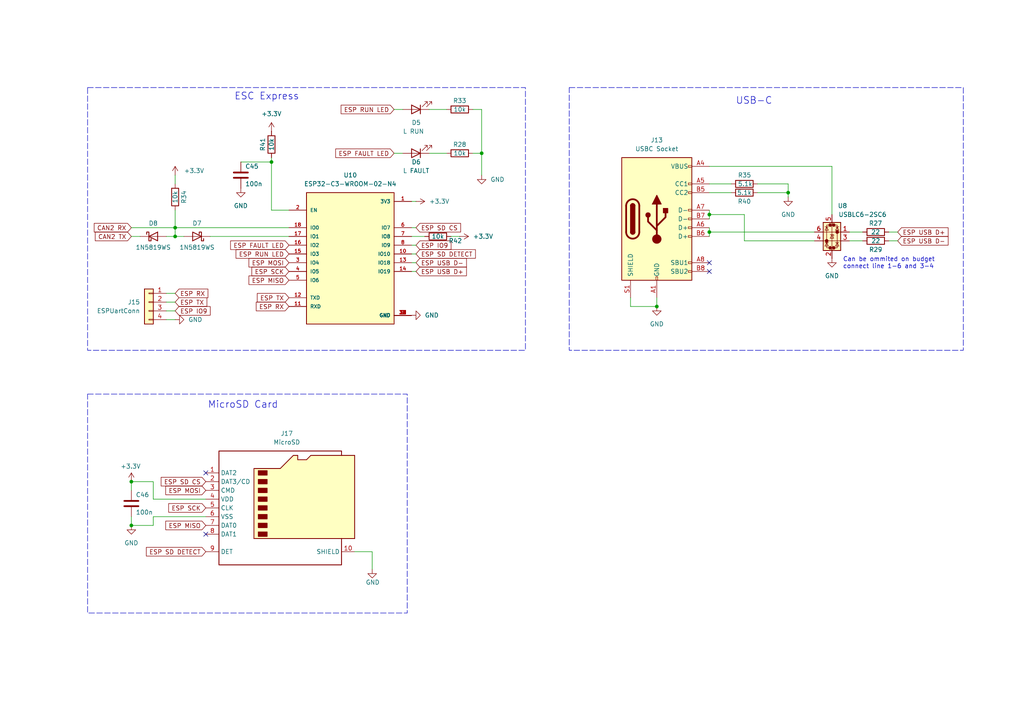
<source format=kicad_sch>
(kicad_sch (version 20231120) (generator "eeschema") (generator_version "8.0")
  (paper "A4")
  (lib_symbols
    (symbol "Connector:Micro_SD_Card_Det1"
      (property "Reference" "J" (at -16.51 17.78 0))
      (property "Value" "Micro_SD_Card_Det1" (at 16.51 17.78 0))
      (symbol "Micro_SD_Card_Det1_0_1"
        (rectangle (start -7.62 -6.985) (end -5.08 -8.255) (stroke (width 0.254)) (fill (type outline)))
        (rectangle (start -7.62 -4.445) (end -5.08 -5.715) (stroke (width 0.254)) (fill (type outline)))
        (rectangle (start -7.62 -1.905) (end -5.08 -3.175) (stroke (width 0.254)) (fill (type outline)))
        (rectangle (start -7.62 0.635) (end -5.08 -0.635) (stroke (width 0.254)) (fill (type outline)))
        (rectangle (start -7.62 3.175) (end -5.08 1.905) (stroke (width 0.254)) (fill (type outline)))
        (rectangle (start -7.62 5.715) (end -5.08 4.445) (stroke (width 0.254)) (fill (type outline)))
        (rectangle (start -7.62 8.255) (end -5.08 6.985) (stroke (width 0.254)) (fill (type outline)))
        (rectangle (start -7.62 10.795) (end -5.08 9.525) (stroke (width 0.254)) (fill (type outline)))
        (polyline (pts (xy 16.51 15.24) (xy 16.51 16.51) (xy -19.05 16.51) (xy -19.05 -16.51) (xy 16.51 -16.51) (xy 16.51 -8.89)) (stroke (width 0.254)))
        (polyline (pts (xy -8.89 -8.89) (xy -8.89 11.43) (xy -1.27 11.43) (xy 2.54 15.24) (xy 3.81 15.24) (xy 3.81 13.97) (xy 6.35 13.97) (xy 7.62 15.24) (xy 20.32 15.24) (xy 20.32 -8.89) (xy -8.89 -8.89)) (stroke (width 0.254)) (fill (type background)))
      )
      (symbol "Micro_SD_Card_Det1_1_1"
        (pin bidirectional line (at -22.86 10.16 0) (length 3.81) (name "DAT2") (number "1"))
        (pin passive line (at 20.32 -12.7 180) (length 3.81) (name "SHIELD") (number "10"))
        (pin bidirectional line (at -22.86 7.62 0) (length 3.81) (name "DAT3/CD") (number "2"))
        (pin input line (at -22.86 5.08 0) (length 3.81) (name "CMD") (number "3"))
        (pin power_in line (at -22.86 2.54 0) (length 3.81) (name "VDD") (number "4"))
        (pin input line (at -22.86 0 0) (length 3.81) (name "CLK") (number "5"))
        (pin power_in line (at -22.86 -2.54 0) (length 3.81) (name "VSS") (number "6"))
        (pin bidirectional line (at -22.86 -5.08 0) (length 3.81) (name "DAT0") (number "7"))
        (pin bidirectional line (at -22.86 -7.62 0) (length 3.81) (name "DAT1") (number "8"))
        (pin passive line (at -22.86 -12.7 0) (length 3.81) (name "DET") (number "9"))
      )
    )
    (symbol "Connector:USB_C_Receptacle_USB2.0_16P" (pin_names (offset 1.016))
      (property "Reference" "J" (at 0 22.225 0))
      (property "Value" "USB_C_Receptacle_USB2.0_16P" (at 0 19.685 0))
      (symbol "USB_C_Receptacle_USB2.0_16P_0_0"
        (rectangle (start -0.254 -17.78) (end 0.254 -16.764))
        (rectangle (start 10.16 -14.986) (end 9.144 -15.494))
        (rectangle (start 10.16 -12.446) (end 9.144 -12.954))
        (rectangle (start 10.16 -4.826) (end 9.144 -5.334))
        (rectangle (start 10.16 -2.286) (end 9.144 -2.794))
        (rectangle (start 10.16 0.254) (end 9.144 -0.254))
        (rectangle (start 10.16 2.794) (end 9.144 2.286))
        (rectangle (start 10.16 7.874) (end 9.144 7.366))
        (rectangle (start 10.16 10.414) (end 9.144 9.906))
        (rectangle (start 10.16 15.494) (end 9.144 14.986))
      )
      (symbol "USB_C_Receptacle_USB2.0_16P_0_1"
        (rectangle (start -10.16 17.78) (end 10.16 -17.78) (stroke (width 0.254)) (fill (type background)))
        (arc (start -8.89 -3.81) (mid -6.985 -5.7067) (end -5.08 -3.81) (stroke (width 0.508)))
        (arc (start -7.62 -3.81) (mid -6.985 -4.4423) (end -6.35 -3.81) (stroke (width 0.254)))
        (arc (start -7.62 -3.81) (mid -6.985 -4.4423) (end -6.35 -3.81) (stroke (width 0.254)) (fill (type outline)))
        (rectangle (start -7.62 -3.81) (end -6.35 3.81) (stroke (width 0.254)) (fill (type outline)))
        (arc (start -6.35 3.81) (mid -6.985 4.4423) (end -7.62 3.81) (stroke (width 0.254)))
        (arc (start -6.35 3.81) (mid -6.985 4.4423) (end -7.62 3.81) (stroke (width 0.254)) (fill (type outline)))
        (arc (start -5.08 3.81) (mid -6.985 5.7067) (end -8.89 3.81) (stroke (width 0.508)))
        (circle (center -2.54 1.143) (radius 0.635) (stroke (width 0.254)) (fill (type outline)))
        (circle (center 0 -5.842) (radius 1.27) (fill (type outline)))
        (polyline (pts (xy -8.89 -3.81) (xy -8.89 3.81)) (stroke (width 0.508)))
        (polyline (pts (xy -5.08 3.81) (xy -5.08 -3.81)) (stroke (width 0.508)))
        (polyline (pts (xy 0 -5.842) (xy 0 4.318)) (stroke (width 0.508)))
        (polyline (pts (xy 0 -3.302) (xy -2.54 -0.762) (xy -2.54 0.508)) (stroke (width 0.508)))
        (polyline (pts (xy 0 -2.032) (xy 2.54 0.508) (xy 2.54 1.778)) (stroke (width 0.508)))
        (polyline (pts (xy -1.27 4.318) (xy 0 6.858) (xy 1.27 4.318) (xy -1.27 4.318)) (stroke (width 0.254)) (fill (type outline)))
        (rectangle (start 1.905 1.778) (end 3.175 3.048) (stroke (width 0.254)) (fill (type outline)))
      )
      (symbol "USB_C_Receptacle_USB2.0_16P_1_1"
        (pin passive line (at 0 -22.86 90) (length 5.08) (name "GND") (number "A1"))
        (pin passive line (at 0 -22.86 90) (length 5.08) hide (name "GND") (number "A12"))
        (pin passive line (at 15.24 15.24 180) (length 5.08) (name "VBUS") (number "A4"))
        (pin bidirectional line (at 15.24 10.16 180) (length 5.08) (name "CC1") (number "A5"))
        (pin bidirectional line (at 15.24 -2.54 180) (length 5.08) (name "D+") (number "A6"))
        (pin bidirectional line (at 15.24 2.54 180) (length 5.08) (name "D-") (number "A7"))
        (pin bidirectional line (at 15.24 -12.7 180) (length 5.08) (name "SBU1") (number "A8"))
        (pin passive line (at 15.24 15.24 180) (length 5.08) hide (name "VBUS") (number "A9"))
        (pin passive line (at 0 -22.86 90) (length 5.08) hide (name "GND") (number "B1"))
        (pin passive line (at 0 -22.86 90) (length 5.08) hide (name "GND") (number "B12"))
        (pin passive line (at 15.24 15.24 180) (length 5.08) hide (name "VBUS") (number "B4"))
        (pin bidirectional line (at 15.24 7.62 180) (length 5.08) (name "CC2") (number "B5"))
        (pin bidirectional line (at 15.24 -5.08 180) (length 5.08) (name "D+") (number "B6"))
        (pin bidirectional line (at 15.24 0 180) (length 5.08) (name "D-") (number "B7"))
        (pin bidirectional line (at 15.24 -15.24 180) (length 5.08) (name "SBU2") (number "B8"))
        (pin passive line (at 15.24 15.24 180) (length 5.08) hide (name "VBUS") (number "B9"))
        (pin passive line (at -7.62 -22.86 90) (length 5.08) (name "SHIELD") (number "S1"))
      )
    )
    (symbol "Connector_Generic:Conn_01x04" (pin_names (offset 1.016) hide)
      (property "Reference" "J" (at 0 5.08 0))
      (property "Value" "Conn_01x04" (at 0 -7.62 0))
      (symbol "Conn_01x04_1_1"
        (rectangle (start -1.27 -4.953) (end 0 -5.207) (stroke (width 0.1524)))
        (rectangle (start -1.27 -2.413) (end 0 -2.667) (stroke (width 0.1524)))
        (rectangle (start -1.27 0.127) (end 0 -0.127) (stroke (width 0.1524)))
        (rectangle (start -1.27 2.667) (end 0 2.413) (stroke (width 0.1524)))
        (rectangle (start -1.27 3.81) (end 1.27 -6.35) (stroke (width 0.254)) (fill (type background)))
        (pin passive line (at -5.08 2.54 0) (length 3.81) (name "Pin_1") (number "1"))
        (pin passive line (at -5.08 0 0) (length 3.81) (name "Pin_2") (number "2"))
        (pin passive line (at -5.08 -2.54 0) (length 3.81) (name "Pin_3") (number "3"))
        (pin passive line (at -5.08 -5.08 0) (length 3.81) (name "Pin_4") (number "4"))
      )
    )
    (symbol "Device:C" (pin_numbers hide) (pin_names (offset 0.254))
      (property "Reference" "C" (at 0.635 2.54 0))
      (property "Value" "C" (at 0.635 -2.54 0))
      (symbol "C_0_1"
        (polyline (pts (xy -2.032 -0.762) (xy 2.032 -0.762)) (stroke (width 0.508)))
        (polyline (pts (xy -2.032 0.762) (xy 2.032 0.762)) (stroke (width 0.508)))
      )
      (symbol "C_1_1"
        (pin passive line (at 0 3.81 270) (length 2.794) (name "~") (number "1"))
        (pin passive line (at 0 -3.81 90) (length 2.794) (name "~") (number "2"))
      )
    )
    (symbol "Device:D_Schottky" (pin_numbers hide) (pin_names (offset 1.016) hide)
      (property "Reference" "D" (at 0 2.54 0))
      (property "Value" "D_Schottky" (at 0 -2.54 0))
      (symbol "D_Schottky_0_1"
        (polyline (pts (xy 1.27 0) (xy -1.27 0)))
        (polyline (pts (xy 1.27 1.27) (xy 1.27 -1.27) (xy -1.27 0) (xy 1.27 1.27)) (stroke (width 0.254)))
        (polyline (pts (xy -1.905 0.635) (xy -1.905 1.27) (xy -1.27 1.27) (xy -1.27 -1.27) (xy -0.635 -1.27) (xy -0.635 -0.635)) (stroke (width 0.254)))
      )
      (symbol "D_Schottky_1_1"
        (pin passive line (at -3.81 0 0) (length 2.54) (name "K") (number "1"))
        (pin passive line (at 3.81 0 180) (length 2.54) (name "A") (number "2"))
      )
    )
    (symbol "Device:LED" (pin_numbers hide) (pin_names (offset 1.016) hide)
      (property "Reference" "D" (at 0 2.54 0))
      (property "Value" "LED" (at 0 -2.54 0))
      (symbol "LED_0_1"
        (polyline (pts (xy -1.27 -1.27) (xy -1.27 1.27)) (stroke (width 0.254)))
        (polyline (pts (xy -1.27 0) (xy 1.27 0)))
        (polyline (pts (xy 1.27 -1.27) (xy 1.27 1.27) (xy -1.27 0) (xy 1.27 -1.27)) (stroke (width 0.254)))
        (polyline (pts (xy -3.048 -0.762) (xy -4.572 -2.286) (xy -3.81 -2.286) (xy -4.572 -2.286) (xy -4.572 -1.524)))
        (polyline (pts (xy -1.778 -0.762) (xy -3.302 -2.286) (xy -2.54 -2.286) (xy -3.302 -2.286) (xy -3.302 -1.524)))
      )
      (symbol "LED_1_1"
        (pin passive line (at -3.81 0 0) (length 2.54) (name "K") (number "1"))
        (pin passive line (at 3.81 0 180) (length 2.54) (name "A") (number "2"))
      )
    )
    (symbol "Device:R" (pin_numbers hide) (pin_names (offset 0))
      (property "Reference" "R" (at 2.032 0 90))
      (property "Value" "R" (at 0 0 90))
      (symbol "R_0_1"
        (rectangle (start -1.016 -2.54) (end 1.016 2.54) (stroke (width 0.254)))
      )
      (symbol "R_1_1"
        (pin passive line (at 0 3.81 270) (length 1.27) (name "~") (number "1"))
        (pin passive line (at 0 -3.81 90) (length 1.27) (name "~") (number "2"))
      )
    )
    (symbol "GigaVescSymbols:ESP32-C3-WROOM-02-N4" (pin_names (offset 1.016))
      (property "Reference" "U" (at -12.7 21.082 0))
      (property "Value" "ESP32-C3-WROOM-02-N4" (at -12.7 -18.542 0))
      (symbol "ESP32-C3-WROOM-02-N4_0_0"
        (rectangle (start -12.7 20.32) (end 12.7 -17.78) (stroke (width 0.254)) (fill (type background)))
        (pin power_in line (at 17.78 17.78 180) (length 5.08) (name "3V3") (number "1"))
        (pin bidirectional line (at 17.78 2.54 180) (length 5.08) (name "IO10") (number "10"))
        (pin bidirectional line (at -17.78 -12.7 0) (length 5.08) (name "RXD") (number "11"))
        (pin bidirectional line (at -17.78 -10.16 0) (length 5.08) (name "TXD") (number "12"))
        (pin bidirectional line (at 17.78 0 180) (length 5.08) (name "IO18") (number "13"))
        (pin bidirectional line (at 17.78 -2.54 180) (length 5.08) (name "IO19") (number "14"))
        (pin bidirectional line (at -17.78 2.54 0) (length 5.08) (name "IO3") (number "15"))
        (pin bidirectional line (at -17.78 5.08 0) (length 5.08) (name "IO2") (number "16"))
        (pin bidirectional line (at -17.78 7.62 0) (length 5.08) (name "IO1") (number "17"))
        (pin bidirectional line (at -17.78 10.16 0) (length 5.08) (name "IO0") (number "18"))
        (pin power_in line (at 17.78 -15.24 180) (length 5.08) (name "GND") (number "19"))
        (pin input line (at -17.78 15.24 0) (length 5.08) (name "EN") (number "2"))
        (pin power_in line (at 17.78 -15.24 180) (length 5.08) (name "GND") (number "20"))
        (pin power_in line (at 17.78 -15.24 180) (length 5.08) (name "GND") (number "21"))
        (pin power_in line (at 17.78 -15.24 180) (length 5.08) (name "GND") (number "22"))
        (pin power_in line (at 17.78 -15.24 180) (length 5.08) (name "GND") (number "23"))
        (pin power_in line (at 17.78 -15.24 180) (length 5.08) (name "GND") (number "24"))
        (pin power_in line (at 17.78 -15.24 180) (length 5.08) (name "GND") (number "25"))
        (pin power_in line (at 17.78 -15.24 180) (length 5.08) (name "GND") (number "26"))
        (pin power_in line (at 17.78 -15.24 180) (length 5.08) (name "GND") (number "27"))
        (pin power_in line (at 17.78 -15.24 180) (length 5.08) (name "GND") (number "28"))
        (pin power_in line (at 17.78 -15.24 180) (length 5.08) (name "GND") (number "29"))
        (pin bidirectional line (at -17.78 0 0) (length 5.08) (name "IO4") (number "3"))
        (pin power_in line (at 17.78 -15.24 180) (length 5.08) (name "GND") (number "30"))
        (pin power_in line (at 17.78 -15.24 180) (length 5.08) (name "GND") (number "31"))
        (pin power_in line (at 17.78 -15.24 180) (length 5.08) (name "GND") (number "32"))
        (pin power_in line (at 17.78 -15.24 180) (length 5.08) (name "GND") (number "33"))
        (pin power_in line (at 17.78 -15.24 180) (length 5.08) (name "GND") (number "34"))
        (pin power_in line (at 17.78 -15.24 180) (length 5.08) (name "GND") (number "35"))
        (pin power_in line (at 17.78 -15.24 180) (length 5.08) (name "GND") (number "36"))
        (pin power_in line (at 17.78 -15.24 180) (length 5.08) (name "GND") (number "37"))
        (pin power_in line (at 17.78 -15.24 180) (length 5.08) (name "GND") (number "38"))
        (pin power_in line (at 17.78 -15.24 180) (length 5.08) (name "GND") (number "39"))
        (pin bidirectional line (at -17.78 -2.54 0) (length 5.08) (name "IO5") (number "4"))
        (pin bidirectional line (at -17.78 -5.08 0) (length 5.08) (name "IO6") (number "5"))
        (pin bidirectional line (at 17.78 10.16 180) (length 5.08) (name "IO7") (number "6"))
        (pin bidirectional line (at 17.78 7.62 180) (length 5.08) (name "IO8") (number "7"))
        (pin bidirectional line (at 17.78 5.08 180) (length 5.08) (name "IO9") (number "8"))
        (pin power_in line (at 17.78 -15.24 180) (length 5.08) (name "GND") (number "9"))
      )
    )
    (symbol "Power_Protection:USBLC6-2SC6" (pin_names hide)
      (property "Reference" "U" (at 0.635 5.715 0))
      (property "Value" "USBLC6-2SC6" (at 0.635 3.81 0))
      (symbol "USBLC6-2SC6_0_0"
        (circle (center -1.524 0) (radius 0.0001) (stroke (width 0.508)))
        (circle (center -0.508 -4.572) (radius 0.0001) (stroke (width 0.508)))
        (circle (center -0.508 2.032) (radius 0.0001) (stroke (width 0.508)))
        (circle (center 0.508 -4.572) (radius 0.0001) (stroke (width 0.508)))
        (circle (center 0.508 2.032) (radius 0.0001) (stroke (width 0.508)))
        (circle (center 1.524 -2.54) (radius 0.0001) (stroke (width 0.508)))
      )
      (symbol "USBLC6-2SC6_0_1"
        (polyline (pts (xy -2.54 -2.54) (xy 2.54 -2.54)))
        (polyline (pts (xy -2.54 0) (xy 2.54 0)))
        (polyline (pts (xy -2.032 -3.048) (xy -1.016 -3.048)))
        (polyline (pts (xy -1.016 1.524) (xy -2.032 1.524)))
        (polyline (pts (xy 1.016 -3.048) (xy 2.032 -3.048)))
        (polyline (pts (xy 1.016 1.524) (xy 2.032 1.524)))
        (polyline (pts (xy -0.508 -1.143) (xy -0.508 -0.762) (xy 0.508 -0.762)))
        (polyline (pts (xy -2.032 0.508) (xy -1.016 0.508) (xy -1.524 1.524) (xy -2.032 0.508)))
        (polyline (pts (xy -1.016 -4.064) (xy -2.032 -4.064) (xy -1.524 -3.048) (xy -1.016 -4.064)))
        (polyline (pts (xy 0.508 -1.778) (xy -0.508 -1.778) (xy 0 -0.762) (xy 0.508 -1.778)))
        (polyline (pts (xy 2.032 -4.064) (xy 1.016 -4.064) (xy 1.524 -3.048) (xy 2.032 -4.064)))
        (polyline (pts (xy 2.032 0.508) (xy 1.016 0.508) (xy 1.524 1.524) (xy 2.032 0.508)))
        (polyline (pts (xy 0 2.54) (xy -0.508 2.032) (xy 0.508 2.032) (xy 0 1.524) (xy 0 -4.064) (xy -0.508 -4.572) (xy 0.508 -4.572) (xy 0 -5.08)))
      )
      (symbol "USBLC6-2SC6_1_1"
        (rectangle (start -2.54 2.794) (end 2.54 -5.334) (stroke (width 0.254)) (fill (type background)))
        (polyline (pts (xy -0.508 2.032) (xy -1.524 2.032) (xy -1.524 -4.572) (xy -0.508 -4.572)))
        (polyline (pts (xy 0.508 -4.572) (xy 1.524 -4.572) (xy 1.524 2.032) (xy 0.508 2.032)))
        (pin passive line (at -5.08 0 0) (length 2.54) (name "I/O1") (number "1"))
        (pin passive line (at 0 -7.62 90) (length 2.54) (name "GND") (number "2"))
        (pin passive line (at -5.08 -2.54 0) (length 2.54) (name "I/O2") (number "3"))
        (pin passive line (at 5.08 -2.54 180) (length 2.54) (name "I/O2") (number "4"))
        (pin passive line (at 0 5.08 270) (length 2.54) (name "VBUS") (number "5"))
        (pin passive line (at 5.08 0 180) (length 2.54) (name "I/O1") (number "6"))
      )
    )
    (symbol "power:+3.3V" (power) (pin_numbers hide) (pin_names (offset 0) hide)
      (property "Value" "+3.3V" (at 0 3.556 0))
      (symbol "+3.3V_0_1"
        (polyline (pts (xy -0.762 1.27) (xy 0 2.54)))
        (polyline (pts (xy 0 0) (xy 0 2.54)))
        (polyline (pts (xy 0 2.54) (xy 0.762 1.27)))
      )
      (symbol "+3.3V_1_1"
        (pin power_in line (at 0 0 90) (length 0) (name "~") (number "1"))
      )
    )
    (symbol "power:GND" (power) (pin_numbers hide) (pin_names (offset 0) hide)
      (property "Value" "GND" (at 0 -3.81 0))
      (symbol "GND_0_1"
        (polyline (pts (xy 0 0) (xy 0 -1.27) (xy 1.27 -1.27) (xy 0 -2.54) (xy -1.27 -1.27) (xy 0 -1.27)))
      )
      (symbol "GND_1_1"
        (pin power_in line (at 0 0 270) (length 0) (name "~") (number "1"))
      )
    )
  )
  (junction (at 50.8 68.58))
  (junction (at 38.1 139.7))
  (junction (at 228.6 55.88))
  (junction (at 38.1 152.4))
  (junction (at 139.7 44.45))
  (junction (at 205.74 62.23))
  (junction (at 50.8 66.04))
  (junction (at 190.5 88.9))
  (junction (at 78.74 46.99))
  (junction (at 205.74 67.31))
  (no_connect (at 205.74 78.74))
  (no_connect (at 59.69 154.94))
  (no_connect (at 59.69 137.16))
  (no_connect (at 205.74 76.2))
  (wire (pts (xy 205.74 53.34) (xy 212.09 53.34)))
  (wire (pts (xy 107.95 165.1) (xy 107.95 160.02)))
  (wire (pts (xy 50.8 68.58) (xy 53.34 68.58)))
  (wire (pts (xy 120.65 66.04) (xy 119.38 66.04)))
  (wire (pts (xy 50.8 92.71) (xy 48.26 92.71)))
  (wire (pts (xy 260.35 67.31) (xy 257.81 67.31)))
  (wire (pts (xy 50.8 85.09) (xy 48.26 85.09)))
  (wire (pts (xy 83.82 60.96) (xy 78.74 60.96)))
  (wire (pts (xy 139.7 44.45) (xy 139.7 50.8)))
  (wire (pts (xy 78.74 46.99) (xy 78.74 60.96)))
  (wire (pts (xy 215.9 69.85) (xy 215.9 62.23)))
  (wire (pts (xy 260.35 69.85) (xy 257.81 69.85)))
  (wire (pts (xy 246.38 69.85) (xy 250.19 69.85)))
  (wire (pts (xy 219.71 55.88) (xy 228.6 55.88)))
  (wire (pts (xy 78.74 45.72) (xy 78.74 46.99)))
  (wire (pts (xy 205.74 55.88) (xy 212.09 55.88)))
  (wire (pts (xy 205.74 67.31) (xy 205.74 68.58)))
  (wire (pts (xy 50.8 60.96) (xy 50.8 66.04)))
  (wire (pts (xy 133.35 68.58) (xy 130.81 68.58)))
  (wire (pts (xy 69.85 46.99) (xy 78.74 46.99)))
  (wire (pts (xy 59.69 149.86) (xy 44.45 149.86)))
  (wire (pts (xy 50.8 50.8) (xy 50.8 53.34)))
  (wire (pts (xy 139.7 31.75) (xy 139.7 44.45)))
  (wire (pts (xy 50.8 90.17) (xy 48.26 90.17)))
  (wire (pts (xy 38.1 149.86) (xy 38.1 152.4)))
  (wire (pts (xy 60.96 68.58) (xy 83.82 68.58)))
  (wire (pts (xy 205.74 62.23) (xy 215.9 62.23)))
  (wire (pts (xy 205.74 62.23) (xy 205.74 63.5)))
  (wire (pts (xy 120.65 71.12) (xy 119.38 71.12)))
  (wire (pts (xy 137.16 44.45) (xy 139.7 44.45)))
  (wire (pts (xy 38.1 66.04) (xy 50.8 66.04)))
  (wire (pts (xy 50.8 66.04) (xy 83.82 66.04)))
  (wire (pts (xy 124.46 44.45) (xy 129.54 44.45)))
  (wire (pts (xy 50.8 87.63) (xy 48.26 87.63)))
  (wire (pts (xy 44.45 149.86) (xy 44.45 152.4)))
  (wire (pts (xy 205.74 67.31) (xy 236.22 67.31)))
  (wire (pts (xy 228.6 55.88) (xy 228.6 57.15)))
  (wire (pts (xy 120.65 76.2) (xy 119.38 76.2)))
  (wire (pts (xy 120.65 78.74) (xy 119.38 78.74)))
  (wire (pts (xy 246.38 67.31) (xy 250.19 67.31)))
  (wire (pts (xy 38.1 139.7) (xy 38.1 142.24)))
  (wire (pts (xy 44.45 144.78) (xy 44.45 139.7)))
  (wire (pts (xy 114.3 44.45) (xy 116.84 44.45)))
  (wire (pts (xy 228.6 53.34) (xy 228.6 55.88)))
  (wire (pts (xy 182.88 88.9) (xy 190.5 88.9)))
  (wire (pts (xy 124.46 31.75) (xy 129.54 31.75)))
  (wire (pts (xy 59.69 144.78) (xy 44.45 144.78)))
  (wire (pts (xy 241.3 48.26) (xy 241.3 62.23)))
  (wire (pts (xy 48.26 68.58) (xy 50.8 68.58)))
  (wire (pts (xy 120.65 73.66) (xy 119.38 73.66)))
  (wire (pts (xy 205.74 66.04) (xy 205.74 67.31)))
  (wire (pts (xy 44.45 139.7) (xy 38.1 139.7)))
  (wire (pts (xy 120.65 58.42) (xy 119.38 58.42)))
  (wire (pts (xy 205.74 48.26) (xy 241.3 48.26)))
  (wire (pts (xy 182.88 86.36) (xy 182.88 88.9)))
  (wire (pts (xy 123.19 68.58) (xy 119.38 68.58)))
  (wire (pts (xy 114.3 31.75) (xy 116.84 31.75)))
  (wire (pts (xy 102.87 160.02) (xy 107.95 160.02)))
  (wire (pts (xy 205.74 60.96) (xy 205.74 62.23)))
  (wire (pts (xy 190.5 86.36) (xy 190.5 88.9)))
  (wire (pts (xy 44.45 152.4) (xy 38.1 152.4)))
  (wire (pts (xy 38.1 68.58) (xy 40.64 68.58)))
  (wire (pts (xy 219.71 53.34) (xy 228.6 53.34)))
  (wire (pts (xy 137.16 31.75) (xy 139.7 31.75)))
  (wire (pts (xy 236.22 69.85) (xy 215.9 69.85)))
  (wire (pts (xy 50.8 66.04) (xy 50.8 68.58)))
  (rectangle (start 25.4 114.3) (end 118.11 177.8) (stroke (width 0) (type dash)))
  (rectangle (start 25.4 25.4) (end 152.4 101.6) (stroke (width 0) (type dash)))
  (rectangle (start 165.1 25.4) (end 279.4 101.6) (stroke (width 0) (type dash)))
  (text "MicroSD Card" (at 70.485 117.475 0) (effects (font (size 2 2))))
  (text "ESC Express" (at 67.945 29.21 0) (effects (font (size 2 2)) (justify left bottom)))
  (text "USB-C" (at 213.36 30.48 0) (effects (font (size 2 2)) (justify left bottom)))
  (text "Can be ommited on budget\nconnect line 1-6 and 3-4" (at 244.475 78.105 0) (effects (font (size 1.27 1.27)) (justify left bottom)))
  (global_label "ESP FAULT LED" (shape input) (at 114.3 44.45 180) (property "Intersheetrefs" "${INTERSHEET_REFS}" (effects (hide yes))))
  (global_label "ESP FAULT LED" (shape input) (at 83.82 71.12 180) (property "Intersheetrefs" "${INTERSHEET_REFS}" (effects (hide yes))))
  (global_label "CAN2 TX" (shape input) (at 38.1 68.58 180) (property "Intersheetrefs" "${INTERSHEET_REFS}" (effects (hide yes))))
  (global_label "ESP USB D+" (shape input) (at 260.35 67.31 0) (property "Intersheetrefs" "${INTERSHEET_REFS}" (effects (hide yes))))
  (global_label "ESP IO9" (shape input) (at 50.8 90.17 0) (property "Intersheetrefs" "${INTERSHEET_REFS}" (effects (hide yes))))
  (global_label "ESP MOSI" (shape input) (at 83.82 76.2 180) (property "Intersheetrefs" "${INTERSHEET_REFS}" (effects (hide yes))))
  (global_label "ESP SD DETECT" (shape input) (at 120.65 73.66 0) (property "Intersheetrefs" "${INTERSHEET_REFS}" (effects (hide yes))))
  (global_label "ESP SCK" (shape input) (at 83.82 78.74 180) (property "Intersheetrefs" "${INTERSHEET_REFS}" (effects (hide yes))))
  (global_label "ESP MISO" (shape input) (at 83.82 81.28 180) (property "Intersheetrefs" "${INTERSHEET_REFS}" (effects (hide yes))))
  (global_label "ESP MISO" (shape input) (at 59.69 152.4 180) (property "Intersheetrefs" "${INTERSHEET_REFS}" (effects (hide yes))))
  (global_label "ESP USB D-" (shape input) (at 260.35 69.85 0) (property "Intersheetrefs" "${INTERSHEET_REFS}" (effects (hide yes))))
  (global_label "ESP RX" (shape input) (at 83.82 88.9 180) (property "Intersheetrefs" "${INTERSHEET_REFS}" (effects (hide yes))))
  (global_label "ESP SD CS" (shape input) (at 59.69 139.7 180) (property "Intersheetrefs" "${INTERSHEET_REFS}" (effects (hide yes))))
  (global_label "ESP USB D+" (shape input) (at 120.65 78.74 0) (property "Intersheetrefs" "${INTERSHEET_REFS}" (effects (hide yes))))
  (global_label "ESP TX" (shape input) (at 83.82 86.36 180) (property "Intersheetrefs" "${INTERSHEET_REFS}" (effects (hide yes))))
  (global_label "ESP RUN LED" (shape input) (at 114.3 31.75 180) (property "Intersheetrefs" "${INTERSHEET_REFS}" (effects (hide yes))))
  (global_label "ESP SD DETECT" (shape input) (at 59.69 160.02 180) (property "Intersheetrefs" "${INTERSHEET_REFS}" (effects (hide yes))))
  (global_label "ESP SCK" (shape input) (at 59.69 147.32 180) (property "Intersheetrefs" "${INTERSHEET_REFS}" (effects (hide yes))))
  (global_label "ESP TX" (shape input) (at 50.8 87.63 0) (property "Intersheetrefs" "${INTERSHEET_REFS}" (effects (hide yes))))
  (global_label "ESP USB D-" (shape input) (at 120.65 76.2 0) (property "Intersheetrefs" "${INTERSHEET_REFS}" (effects (hide yes))))
  (global_label "ESP RUN LED" (shape input) (at 83.82 73.66 180) (property "Intersheetrefs" "${INTERSHEET_REFS}" (effects (hide yes))))
  (global_label "ESP RX" (shape input) (at 50.8 85.09 0) (property "Intersheetrefs" "${INTERSHEET_REFS}" (effects (hide yes))))
  (global_label "ESP SD CS" (shape input) (at 120.65 66.04 0) (property "Intersheetrefs" "${INTERSHEET_REFS}" (effects (hide yes))))
  (global_label "ESP MOSI" (shape input) (at 59.69 142.24 180) (property "Intersheetrefs" "${INTERSHEET_REFS}" (effects (hide yes))))
  (global_label "ESP IO9" (shape input) (at 120.65 71.12 0) (property "Intersheetrefs" "${INTERSHEET_REFS}" (effects (hide yes))))
  (global_label "CAN2 RX" (shape input) (at 38.1 66.04 180) (property "Intersheetrefs" "${INTERSHEET_REFS}" (effects (hide yes))))
  (symbol (lib_id "Connector_Generic:Conn_01x04") (at 43.18 87.63 0) (mirror y) (unit 1)
    (property "Reference" "J15" (at 40.64 87.6299 0) (effects (justify left)))
    (property "Value" "ESPUartConn" (at 40.64 90.1699 0) (effects (justify left)))
    (property "Footprint" "Connector_JST:JST_PH_B4B-PH-K_1x04_P2.00mm_Vertical" (effects (hide yes)))
    (property "Description" "Generic connector, single row, 01x04, script generated (kicad-library-utils/schlib/autogen/connector/)" (effects (hide yes)))
    (property "MPN" "C131334" (effects (hide yes)))
    (property "JLCPosOffset" "0,0" (effects (hide yes)))
    (property "JLCRotOffset" "180" (effects (hide yes)))
  )
  (symbol (lib_id "power:GND") (at 139.7 50.8 0) (unit 1)
    (property "Reference" "#PWR040" (effects (hide yes)))
    (property "Value" "GND" (at 142.24 52.0699 0) (effects (justify left)))
    (property "Description" "Power symbol creates a global label with name \"GND\" , ground" (effects (hide yes)))
  )
  (symbol (lib_id "power:GND") (at 119.38 91.44 90) (unit 1)
    (property "Reference" "#PWR0110" (effects (hide yes)))
    (property "Value" "GND" (at 123.19 91.4399 90) (effects (justify right)))
    (property "Description" "Power symbol creates a global label with name \"GND\" , ground" (effects (hide yes)))
  )
  (symbol (lib_id "power:+3.3V") (at 133.35 68.58 270) (unit 1)
    (property "Reference" "#PWR0111" (effects (hide yes)))
    (property "Value" "+3.3V" (at 137.16 68.58 90) (effects (justify left)))
    (property "Description" "Power symbol creates a global label with name \"+3.3V\"" (effects (hide yes)))
  )
  (symbol (lib_id "Device:R") (at 50.8 57.15 0) (unit 1)
    (property "Reference" "R34" (at 53.34 57.15 90))
    (property "Value" "10k" (at 50.8 57.15 90))
    (property "Footprint" "Resistor_SMD:R_0603_1608Metric" (effects (hide yes)))
    (property "MPN" "C25804" (effects (hide yes)))
  )
  (symbol (lib_id "power:+3.3V") (at 50.8 50.8 0) (unit 1)
    (property "Reference" "#PWR081" (effects (hide yes)))
    (property "Value" "+3.3V" (at 53.34 49.5299 0) (effects (justify left)))
    (property "Description" "Power symbol creates a global label with name \"+3.3V\"" (effects (hide yes)))
  )
  (symbol (lib_id "Device:R") (at 215.9 55.88 270) (unit 1)
    (property "Reference" "R40" (at 215.9 58.42 90))
    (property "Value" "5.1k" (at 215.9 55.88 90))
    (property "Footprint" "Resistor_SMD:R_0603_1608Metric" (effects (hide yes)))
    (property "MPN" "C23186" (effects (hide yes)))
  )
  (symbol (lib_id "Device:R") (at 127 68.58 270) (unit 1)
    (property "Reference" "R42" (at 132.08 69.85 90))
    (property "Value" "10k" (at 127 68.58 90))
    (property "Footprint" "Resistor_SMD:R_0603_1608Metric" (effects (hide yes)))
    (property "MPN" "C25804" (effects (hide yes)))
  )
  (symbol (lib_id "Connector:Micro_SD_Card_Det1") (at 82.55 147.32 0) (unit 1)
    (property "Reference" "J17" (at 83.185 125.73 0))
    (property "Value" "MicroSD" (at 83.185 128.27 0))
    (property "Footprint" "GigaVescLibs:TF01A" (effects (hide yes)))
    (property "Datasheet" "https://datasheet.lcsc.com/lcsc/2110151630_XKB-Connectivity-XKTF-015-N_C381082.pdf" (effects (hide yes)))
    (property "MPN" "C91145" (effects (hide yes)))
    (property "JLCPosOffset" "0,2.54" (effects (hide yes)))
  )
  (symbol (lib_id "Device:R") (at 78.74 41.91 180) (unit 1)
    (property "Reference" "R41" (at 76.2 41.91 90))
    (property "Value" "10k" (at 78.74 41.91 90))
    (property "Footprint" "Resistor_SMD:R_0603_1608Metric" (effects (hide yes)))
    (property "MPN" "C25804" (effects (hide yes)))
  )
  (symbol (lib_id "power:+3.3V") (at 120.65 58.42 270) (unit 1)
    (property "Reference" "#PWR039" (effects (hide yes)))
    (property "Value" "+3.3V" (at 124.46 58.42 90) (effects (justify left)))
    (property "Description" "Power symbol creates a global label with name \"+3.3V\"" (effects (hide yes)))
  )
  (symbol (lib_id "Device:R") (at 215.9 53.34 270) (unit 1)
    (property "Reference" "R35" (at 213.995 50.8 90) (effects (justify left)))
    (property "Value" "5.1k" (at 213.995 53.34 90) (effects (justify left)))
    (property "Footprint" "Resistor_SMD:R_0603_1608Metric" (effects (hide yes)))
    (property "MPN" "C23186" (effects (hide yes)))
  )
  (symbol (lib_id "Device:R") (at 254 67.31 90) (unit 1)
    (property "Reference" "R27" (at 255.905 64.77 90) (effects (justify left)))
    (property "Value" "22" (at 255.27 67.31 90) (effects (justify left)))
    (property "Footprint" "Resistor_SMD:R_0603_1608Metric" (effects (hide yes)))
    (property "MPN" "C23345" (effects (hide yes)))
  )
  (symbol (lib_id "power:GND") (at 107.95 165.1 0) (unit 1)
    (property "Reference" "#PWR0112" (effects (hide yes)))
    (property "Value" "GND" (at 106.045 168.91 0) (effects (justify left)))
    (property "Description" "Power symbol creates a global label with name \"GND\" , ground" (effects (hide yes)))
  )
  (symbol (lib_id "Device:D_Schottky") (at 57.15 68.58 180) (unit 1)
    (property "Reference" "D7" (at 57.15 64.77 0))
    (property "Value" "1N5819WS" (at 57.15 71.755 0))
    (property "Footprint" "Diode_SMD:D_SOD-323" (effects (hide yes)))
    (property "MPN" "C191023" (effects (hide yes)))
  )
  (symbol (lib_id "Power_Protection:USBLC6-2SC6") (at 241.3 67.31 0) (mirror y) (unit 1)
    (property "Reference" "U8" (at 245.745 59.69 0) (effects (justify left)))
    (property "Value" "USBLC6-2SC6" (at 257.175 62.23 0) (effects (justify left)))
    (property "Footprint" "Package_TO_SOT_SMD:SOT-23-6" (effects (hide yes)))
    (property "Datasheet" "https://www.st.com/resource/en/datasheet/usblc6-2.pdf" (effects (hide yes)))
    (property "Description" "Very low capacitance ESD protection diode, 2 data-line, SOT-23-6" (effects (hide yes)))
    (property "MPN" "C2827654" (effects (hide yes)))
    (property "JLCRotOffset" "0" (effects (hide yes)))
  )
  (symbol (lib_id "power:+3.3V") (at 38.1 139.7 0) (unit 1)
    (property "Reference" "#PWR0113" (effects (hide yes)))
    (property "Value" "+3.3V" (at 34.925 135.255 0) (effects (justify left)))
    (property "Description" "Power symbol creates a global label with name \"+3.3V\"" (effects (hide yes)))
  )
  (symbol (lib_id "Device:R") (at 254 69.85 90) (unit 1)
    (property "Reference" "R29" (at 254 72.39 90))
    (property "Value" "22" (at 254 69.85 90))
    (property "Footprint" "Resistor_SMD:R_0603_1608Metric" (effects (hide yes)))
    (property "MPN" "C23345" (effects (hide yes)))
  )
  (symbol (lib_id "Device:D_Schottky") (at 44.45 68.58 0) (unit 1)
    (property "Reference" "D8" (at 44.45 64.77 0))
    (property "Value" "1N5819WS" (at 44.45 71.755 0))
    (property "Footprint" "Diode_SMD:D_SOD-323" (effects (hide yes)))
    (property "MPN" "C191023" (effects (hide yes)))
  )
  (symbol (lib_id "power:GND") (at 69.85 54.61 0) (unit 1)
    (property "Reference" "#PWR0109" (effects (hide yes)))
    (property "Value" "GND" (at 69.85 59.69 0))
    (property "Description" "Power symbol creates a global label with name \"GND\" , ground" (effects (hide yes)))
  )
  (symbol (lib_id "power:GND") (at 50.8 92.71 90) (unit 1)
    (property "Reference" "#PWR0104" (effects (hide yes)))
    (property "Value" "GND" (at 54.61 92.7099 90) (effects (justify right)))
    (property "Description" "Power symbol creates a global label with name \"GND\" , ground" (effects (hide yes)))
  )
  (symbol (lib_id "Device:C") (at 38.1 146.05 0) (unit 1)
    (property "Reference" "C46" (at 39.37 143.51 0) (effects (justify left)))
    (property "Value" "100n" (at 39.37 148.59 0) (effects (justify left)))
    (property "Footprint" "GigaVescLibs:C_0603_1608Metric_L" (effects (hide yes)))
    (property "MPN" "C14663" (effects (hide yes)))
  )
  (symbol (lib_id "power:GND") (at 241.3 74.93 0) (unit 1)
    (property "Reference" "#PWR068" (effects (hide yes)))
    (property "Value" "GND" (at 241.3 80.01 0))
    (property "Description" "Power symbol creates a global label with name \"GND\" , ground" (effects (hide yes)))
  )
  (symbol (lib_id "power:GND") (at 38.1 152.4 0) (unit 1)
    (property "Reference" "#PWR0137" (effects (hide yes)))
    (property "Value" "GND" (at 38.1 157.48 0))
    (property "Description" "Power symbol creates a global label with name \"GND\" , ground" (effects (hide yes)))
  )
  (symbol (lib_id "Device:C") (at 69.85 50.8 0) (unit 1)
    (property "Reference" "C45" (at 71.12 48.26 0) (effects (justify left)))
    (property "Value" "100n" (at 71.12 53.34 0) (effects (justify left)))
    (property "Footprint" "GigaVescLibs:C_0603_1608Metric_L" (effects (hide yes)))
    (property "MPN" "C14663" (effects (hide yes)))
  )
  (symbol (lib_id "power:GND") (at 190.5 88.9 0) (unit 1)
    (property "Reference" "#PWR0100" (effects (hide yes)))
    (property "Value" "GND" (at 190.5 93.98 0))
    (property "Description" "Power symbol creates a global label with name \"GND\" , ground" (effects (hide yes)))
  )
  (symbol (lib_id "Device:R") (at 133.35 44.45 90) (unit 1)
    (property "Reference" "R28" (at 133.35 41.91 90))
    (property "Value" "10k" (at 133.35 44.45 90))
    (property "Footprint" "Resistor_SMD:R_0603_1608Metric" (effects (hide yes)))
    (property "MPN" "C25804" (effects (hide yes)))
  )
  (symbol (lib_id "Device:R") (at 133.35 31.75 90) (unit 1)
    (property "Reference" "R33" (at 133.35 29.21 90))
    (property "Value" "10k" (at 133.35 31.75 90))
    (property "Footprint" "Resistor_SMD:R_0603_1608Metric" (effects (hide yes)))
    (property "MPN" "C25804" (effects (hide yes)))
  )
  (symbol (lib_id "power:+3.3V") (at 78.74 38.1 0) (unit 1)
    (property "Reference" "#PWR0108" (effects (hide yes)))
    (property "Value" "+3.3V" (at 78.74 33.02 0))
    (property "Description" "Power symbol creates a global label with name \"+3.3V\"" (effects (hide yes)))
  )
  (symbol (lib_id "Connector:USB_C_Receptacle_USB2.0_16P") (at 190.5 63.5 0) (unit 1)
    (property "Reference" "J13" (at 190.5 40.64 0))
    (property "Value" "USBC Socket" (at 190.5 43.18 0))
    (property "Footprint" "Connector_USB:USB_C_Receptacle_GCT_USB4105-xx-A_16P_TopMnt_Horizontal" (effects (hide yes)))
    (property "Datasheet" "https://www.usb.org/sites/default/files/documents/usb_type-c.zip" (effects (hide yes)))
    (property "Description" "USB 2.0-only 16P Type-C Receptacle connector" (effects (hide yes)))
    (property "MPN" "C2765186" (effects (hide yes)))
    (property "JLCPosOffset" "0,1.27" (effects (hide yes)))
  )
  (symbol (lib_id "Device:LED") (at 120.65 31.75 180) (unit 1)
    (property "Reference" "D5" (at 119.38 35.56 0) (effects (justify right)))
    (property "Value" "L RUN" (at 116.84 38.1 0) (effects (justify right)))
    (property "Footprint" "LED_SMD:LED_0603_1608Metric" (effects (hide yes)))
    (property "MPN" "C72043" (effects (hide yes)))
  )
  (symbol (lib_id "power:GND") (at 228.6 57.15 0) (unit 1)
    (property "Reference" "#PWR0101" (effects (hide yes)))
    (property "Value" "GND" (at 228.6 62.23 0))
    (property "Description" "Power symbol creates a global label with name \"GND\" , ground" (effects (hide yes)))
  )
  (symbol (lib_id "Device:LED") (at 120.65 44.45 180) (unit 1)
    (property "Reference" "D6" (at 119.38 46.99 0) (effects (justify right)))
    (property "Value" "L FAULT" (at 116.84 49.53 0) (effects (justify right)))
    (property "Footprint" "LED_SMD:LED_0603_1608Metric" (effects (hide yes)))
    (property "MPN" "C2286" (effects (hide yes)))
  )
  (symbol (lib_id "GigaVescSymbols:ESP32-C3-WROOM-02-N4") (at 101.6 76.2 0) (unit 1)
    (property "Reference" "U10" (at 101.6 50.8 0))
    (property "Value" "ESP32-C3-WROOM-02-N4" (at 101.6 53.34 0))
    (property "Footprint" "GigaVescLibs:MODULE_ESP32-C3-WROOM-02-H4" (effects (hide yes)))
    (property "MF" "Espressif Systems" (effects (hide yes)))
    (property "DESCRIPTION" "WiFi Modules (802.11) (Engineering Samples) SMD module, ESP32-C3, 4MB SPI flash, PCB antenna, -40 C +105 C" (effects (hide yes)))
    (property "PACKAGE" "Package" (effects (hide yes)))
    (property "PRICE" "None" (effects (hide yes)))
    (property "MP" "ESP32-C3-WROOM-02-H4" (effects (hide yes)))
    (property "AVAILABILITY" "In Stock" (effects (hide yes)))
    (property "PURCHASE-URL" "https://pricing.snapeda.com/search/part/ESP32-C3-WROOM-02-H4/?ref=eda" (effects (hide yes)))
    (property "MPN" "C2934560" (effects (hide yes)))
    (property "JLCPosOffset" "0,-3.1" (effects (hide yes)))
  )
)
</source>
